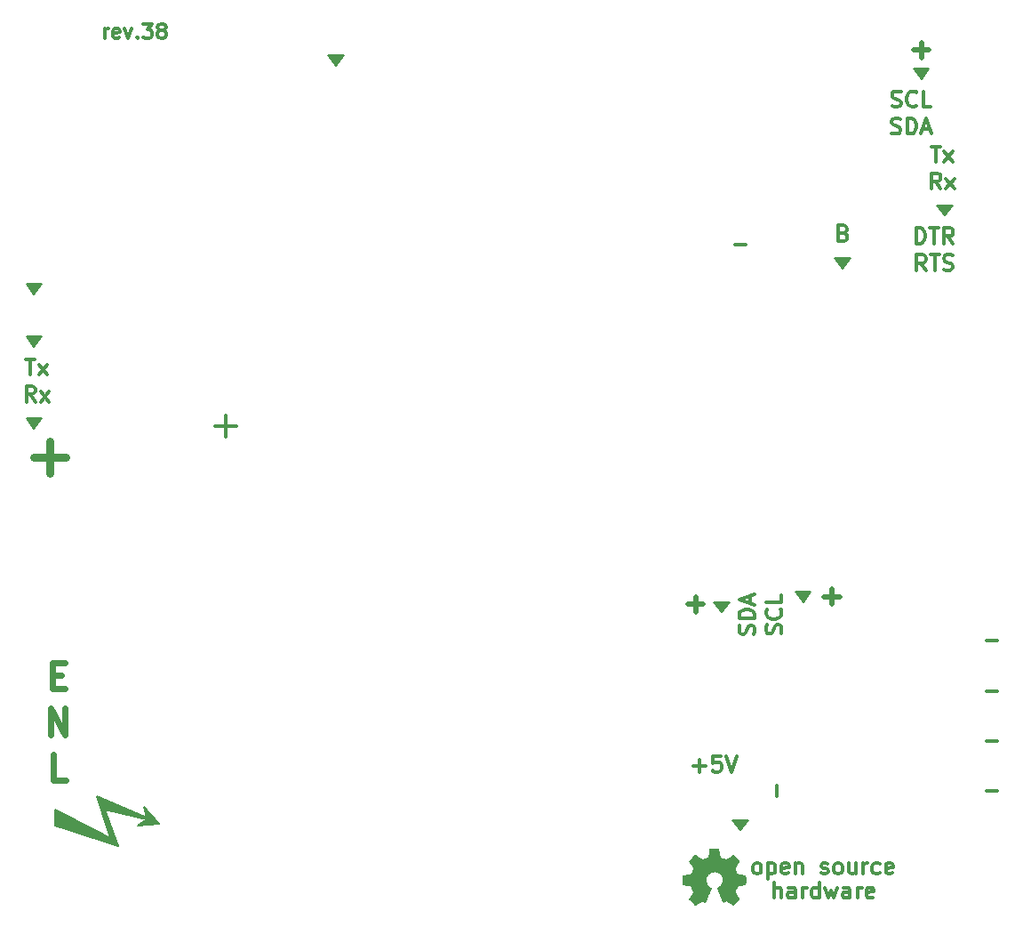
<source format=gto>
G04 #@! TF.GenerationSoftware,KiCad,Pcbnew,5.0.2+dfsg1-1~bpo9+1*
G04 #@! TF.CreationDate,2019-05-11T00:16:23+03:00*
G04 #@! TF.ProjectId,esp32-rfm-gateway,65737033-322d-4726-966d-2d6761746577,rev?*
G04 #@! TF.SameCoordinates,Original*
G04 #@! TF.FileFunction,Legend,Top*
G04 #@! TF.FilePolarity,Positive*
%FSLAX46Y46*%
G04 Gerber Fmt 4.6, Leading zero omitted, Abs format (unit mm)*
G04 Created by KiCad (PCBNEW 5.0.2+dfsg1-1~bpo9+1) date Sb 11 mai 2019 00:16:23 +0300*
%MOMM*%
%LPD*%
G01*
G04 APERTURE LIST*
%ADD10C,0.150000*%
%ADD11C,0.500000*%
%ADD12C,0.300000*%
%ADD13C,0.600000*%
%ADD14C,0.800000*%
%ADD15C,0.010000*%
G04 APERTURE END LIST*
D10*
G36*
X106750000Y-107250000D02*
X108250000Y-107250000D01*
X107500000Y-108250000D01*
X106750000Y-107250000D01*
G37*
X106750000Y-107250000D02*
X108250000Y-107250000D01*
X107500000Y-108250000D01*
X106750000Y-107250000D01*
D11*
X104250000Y-107500000D02*
X105750000Y-107500000D01*
X105000000Y-106750000D02*
X105000000Y-108250000D01*
D12*
X104821428Y-122857142D02*
X105964285Y-122857142D01*
X105392857Y-123428571D02*
X105392857Y-122285714D01*
X107392857Y-121928571D02*
X106678571Y-121928571D01*
X106607142Y-122642857D01*
X106678571Y-122571428D01*
X106821428Y-122500000D01*
X107178571Y-122500000D01*
X107321428Y-122571428D01*
X107392857Y-122642857D01*
X107464285Y-122785714D01*
X107464285Y-123142857D01*
X107392857Y-123285714D01*
X107321428Y-123357142D01*
X107178571Y-123428571D01*
X106821428Y-123428571D01*
X106678571Y-123357142D01*
X106607142Y-123285714D01*
X107892857Y-121928571D02*
X108392857Y-123428571D01*
X108892857Y-121928571D01*
D10*
G36*
X108500000Y-128000000D02*
X110000000Y-128000000D01*
X109250000Y-129000000D01*
X108500000Y-128000000D01*
G37*
X108500000Y-128000000D02*
X110000000Y-128000000D01*
X109250000Y-129000000D01*
X108500000Y-128000000D01*
D11*
X117250000Y-106750000D02*
X118750000Y-106750000D01*
X118000000Y-106000000D02*
X118000000Y-107500000D01*
D12*
X110582142Y-110321428D02*
X110653571Y-110107142D01*
X110653571Y-109750000D01*
X110582142Y-109607142D01*
X110510714Y-109535714D01*
X110367857Y-109464285D01*
X110225000Y-109464285D01*
X110082142Y-109535714D01*
X110010714Y-109607142D01*
X109939285Y-109750000D01*
X109867857Y-110035714D01*
X109796428Y-110178571D01*
X109725000Y-110250000D01*
X109582142Y-110321428D01*
X109439285Y-110321428D01*
X109296428Y-110250000D01*
X109225000Y-110178571D01*
X109153571Y-110035714D01*
X109153571Y-109678571D01*
X109225000Y-109464285D01*
X110653571Y-108821428D02*
X109153571Y-108821428D01*
X109153571Y-108464285D01*
X109225000Y-108250000D01*
X109367857Y-108107142D01*
X109510714Y-108035714D01*
X109796428Y-107964285D01*
X110010714Y-107964285D01*
X110296428Y-108035714D01*
X110439285Y-108107142D01*
X110582142Y-108250000D01*
X110653571Y-108464285D01*
X110653571Y-108821428D01*
X110225000Y-107392857D02*
X110225000Y-106678571D01*
X110653571Y-107535714D02*
X109153571Y-107035714D01*
X110653571Y-106535714D01*
X113132142Y-110285714D02*
X113203571Y-110071428D01*
X113203571Y-109714285D01*
X113132142Y-109571428D01*
X113060714Y-109500000D01*
X112917857Y-109428571D01*
X112775000Y-109428571D01*
X112632142Y-109500000D01*
X112560714Y-109571428D01*
X112489285Y-109714285D01*
X112417857Y-110000000D01*
X112346428Y-110142857D01*
X112275000Y-110214285D01*
X112132142Y-110285714D01*
X111989285Y-110285714D01*
X111846428Y-110214285D01*
X111775000Y-110142857D01*
X111703571Y-110000000D01*
X111703571Y-109642857D01*
X111775000Y-109428571D01*
X113060714Y-107928571D02*
X113132142Y-108000000D01*
X113203571Y-108214285D01*
X113203571Y-108357142D01*
X113132142Y-108571428D01*
X112989285Y-108714285D01*
X112846428Y-108785714D01*
X112560714Y-108857142D01*
X112346428Y-108857142D01*
X112060714Y-108785714D01*
X111917857Y-108714285D01*
X111775000Y-108571428D01*
X111703571Y-108357142D01*
X111703571Y-108214285D01*
X111775000Y-108000000D01*
X111846428Y-107928571D01*
X113203571Y-106571428D02*
X113203571Y-107285714D01*
X111703571Y-107285714D01*
D10*
G36*
X114500000Y-106250000D02*
X116000000Y-106250000D01*
X115250000Y-107250000D01*
X114500000Y-106250000D01*
G37*
X114500000Y-106250000D02*
X116000000Y-106250000D01*
X115250000Y-107250000D01*
X114500000Y-106250000D01*
D11*
X126500000Y-54000000D02*
X126500000Y-55500000D01*
X125750000Y-54750000D02*
X127250000Y-54750000D01*
D12*
X126035714Y-73153571D02*
X126035714Y-71653571D01*
X126392857Y-71653571D01*
X126607142Y-71725000D01*
X126750000Y-71867857D01*
X126821428Y-72010714D01*
X126892857Y-72296428D01*
X126892857Y-72510714D01*
X126821428Y-72796428D01*
X126750000Y-72939285D01*
X126607142Y-73082142D01*
X126392857Y-73153571D01*
X126035714Y-73153571D01*
X127321428Y-71653571D02*
X128178571Y-71653571D01*
X127750000Y-73153571D02*
X127750000Y-71653571D01*
X129535714Y-73153571D02*
X129035714Y-72439285D01*
X128678571Y-73153571D02*
X128678571Y-71653571D01*
X129250000Y-71653571D01*
X129392857Y-71725000D01*
X129464285Y-71796428D01*
X129535714Y-71939285D01*
X129535714Y-72153571D01*
X129464285Y-72296428D01*
X129392857Y-72367857D01*
X129250000Y-72439285D01*
X128678571Y-72439285D01*
X126928571Y-75703571D02*
X126428571Y-74989285D01*
X126071428Y-75703571D02*
X126071428Y-74203571D01*
X126642857Y-74203571D01*
X126785714Y-74275000D01*
X126857142Y-74346428D01*
X126928571Y-74489285D01*
X126928571Y-74703571D01*
X126857142Y-74846428D01*
X126785714Y-74917857D01*
X126642857Y-74989285D01*
X126071428Y-74989285D01*
X127357142Y-74203571D02*
X128214285Y-74203571D01*
X127785714Y-75703571D02*
X127785714Y-74203571D01*
X128642857Y-75632142D02*
X128857142Y-75703571D01*
X129214285Y-75703571D01*
X129357142Y-75632142D01*
X129428571Y-75560714D01*
X129500000Y-75417857D01*
X129500000Y-75275000D01*
X129428571Y-75132142D01*
X129357142Y-75060714D01*
X129214285Y-74989285D01*
X128928571Y-74917857D01*
X128785714Y-74846428D01*
X128714285Y-74775000D01*
X128642857Y-74632142D01*
X128642857Y-74489285D01*
X128714285Y-74346428D01*
X128785714Y-74275000D01*
X128928571Y-74203571D01*
X129285714Y-74203571D01*
X129500000Y-74275000D01*
X127464285Y-63903571D02*
X128321428Y-63903571D01*
X127892857Y-65403571D02*
X127892857Y-63903571D01*
X128678571Y-65403571D02*
X129464285Y-64403571D01*
X128678571Y-64403571D02*
X129464285Y-65403571D01*
X128357142Y-67953571D02*
X127857142Y-67239285D01*
X127500000Y-67953571D02*
X127500000Y-66453571D01*
X128071428Y-66453571D01*
X128214285Y-66525000D01*
X128285714Y-66596428D01*
X128357142Y-66739285D01*
X128357142Y-66953571D01*
X128285714Y-67096428D01*
X128214285Y-67167857D01*
X128071428Y-67239285D01*
X127500000Y-67239285D01*
X128857142Y-67953571D02*
X129642857Y-66953571D01*
X128857142Y-66953571D02*
X129642857Y-67953571D01*
X123714285Y-60082142D02*
X123928571Y-60153571D01*
X124285714Y-60153571D01*
X124428571Y-60082142D01*
X124500000Y-60010714D01*
X124571428Y-59867857D01*
X124571428Y-59725000D01*
X124500000Y-59582142D01*
X124428571Y-59510714D01*
X124285714Y-59439285D01*
X124000000Y-59367857D01*
X123857142Y-59296428D01*
X123785714Y-59225000D01*
X123714285Y-59082142D01*
X123714285Y-58939285D01*
X123785714Y-58796428D01*
X123857142Y-58725000D01*
X124000000Y-58653571D01*
X124357142Y-58653571D01*
X124571428Y-58725000D01*
X126071428Y-60010714D02*
X126000000Y-60082142D01*
X125785714Y-60153571D01*
X125642857Y-60153571D01*
X125428571Y-60082142D01*
X125285714Y-59939285D01*
X125214285Y-59796428D01*
X125142857Y-59510714D01*
X125142857Y-59296428D01*
X125214285Y-59010714D01*
X125285714Y-58867857D01*
X125428571Y-58725000D01*
X125642857Y-58653571D01*
X125785714Y-58653571D01*
X126000000Y-58725000D01*
X126071428Y-58796428D01*
X127428571Y-60153571D02*
X126714285Y-60153571D01*
X126714285Y-58653571D01*
X123678571Y-62632142D02*
X123892857Y-62703571D01*
X124250000Y-62703571D01*
X124392857Y-62632142D01*
X124464285Y-62560714D01*
X124535714Y-62417857D01*
X124535714Y-62275000D01*
X124464285Y-62132142D01*
X124392857Y-62060714D01*
X124250000Y-61989285D01*
X123964285Y-61917857D01*
X123821428Y-61846428D01*
X123750000Y-61775000D01*
X123678571Y-61632142D01*
X123678571Y-61489285D01*
X123750000Y-61346428D01*
X123821428Y-61275000D01*
X123964285Y-61203571D01*
X124321428Y-61203571D01*
X124535714Y-61275000D01*
X125178571Y-62703571D02*
X125178571Y-61203571D01*
X125535714Y-61203571D01*
X125750000Y-61275000D01*
X125892857Y-61417857D01*
X125964285Y-61560714D01*
X126035714Y-61846428D01*
X126035714Y-62060714D01*
X125964285Y-62346428D01*
X125892857Y-62489285D01*
X125750000Y-62632142D01*
X125535714Y-62703571D01*
X125178571Y-62703571D01*
X126607142Y-62275000D02*
X127321428Y-62275000D01*
X126464285Y-62703571D02*
X126964285Y-61203571D01*
X127464285Y-62703571D01*
D10*
G36*
X128000000Y-69500000D02*
X129500000Y-69500000D01*
X128750000Y-70500000D01*
X128000000Y-69500000D01*
G37*
X128000000Y-69500000D02*
X129500000Y-69500000D01*
X128750000Y-70500000D01*
X128000000Y-69500000D01*
G36*
X125750000Y-56500000D02*
X127250000Y-56500000D01*
X126500000Y-57500000D01*
X125750000Y-56500000D01*
G37*
X125750000Y-56500000D02*
X127250000Y-56500000D01*
X126500000Y-57500000D01*
X125750000Y-56500000D01*
D12*
X41214285Y-84153571D02*
X42071428Y-84153571D01*
X41642857Y-85653571D02*
X41642857Y-84153571D01*
X42428571Y-85653571D02*
X43214285Y-84653571D01*
X42428571Y-84653571D02*
X43214285Y-85653571D01*
X42107142Y-88203571D02*
X41607142Y-87489285D01*
X41250000Y-88203571D02*
X41250000Y-86703571D01*
X41821428Y-86703571D01*
X41964285Y-86775000D01*
X42035714Y-86846428D01*
X42107142Y-86989285D01*
X42107142Y-87203571D01*
X42035714Y-87346428D01*
X41964285Y-87417857D01*
X41821428Y-87489285D01*
X41250000Y-87489285D01*
X42607142Y-88203571D02*
X43392857Y-87203571D01*
X42607142Y-87203571D02*
X43392857Y-88203571D01*
D10*
G36*
X41250000Y-89750000D02*
X42750000Y-89750000D01*
X42000000Y-90750000D01*
X41250000Y-89750000D01*
G37*
X41250000Y-89750000D02*
X42750000Y-89750000D01*
X42000000Y-90750000D01*
X41250000Y-89750000D01*
G36*
X41250000Y-82000000D02*
X42750000Y-82000000D01*
X42000000Y-83000000D01*
X41250000Y-82000000D01*
G37*
X41250000Y-82000000D02*
X42750000Y-82000000D01*
X42000000Y-83000000D01*
X41250000Y-82000000D01*
G36*
X41250000Y-77000000D02*
X42750000Y-77000000D01*
X42000000Y-78000000D01*
X41250000Y-77000000D01*
G37*
X41250000Y-77000000D02*
X42750000Y-77000000D01*
X42000000Y-78000000D01*
X41250000Y-77000000D01*
G36*
X70000000Y-55250000D02*
X71500000Y-55250000D01*
X70750000Y-56250000D01*
X70000000Y-55250000D01*
G37*
X70000000Y-55250000D02*
X71500000Y-55250000D01*
X70750000Y-56250000D01*
X70000000Y-55250000D01*
G36*
X118250000Y-74500000D02*
X119750000Y-74500000D01*
X119000000Y-75500000D01*
X118250000Y-74500000D01*
G37*
X118250000Y-74500000D02*
X119750000Y-74500000D01*
X119000000Y-75500000D01*
X118250000Y-74500000D01*
D12*
X119107142Y-72142857D02*
X119321428Y-72214285D01*
X119392857Y-72285714D01*
X119464285Y-72428571D01*
X119464285Y-72642857D01*
X119392857Y-72785714D01*
X119321428Y-72857142D01*
X119178571Y-72928571D01*
X118607142Y-72928571D01*
X118607142Y-71428571D01*
X119107142Y-71428571D01*
X119250000Y-71500000D01*
X119321428Y-71571428D01*
X119392857Y-71714285D01*
X119392857Y-71857142D01*
X119321428Y-72000000D01*
X119250000Y-72071428D01*
X119107142Y-72142857D01*
X118607142Y-72142857D01*
X48700000Y-53633333D02*
X48700000Y-52700000D01*
X48700000Y-52966666D02*
X48766666Y-52833333D01*
X48833333Y-52766666D01*
X48966666Y-52700000D01*
X49100000Y-52700000D01*
X50100000Y-53566666D02*
X49966666Y-53633333D01*
X49700000Y-53633333D01*
X49566666Y-53566666D01*
X49500000Y-53433333D01*
X49500000Y-52900000D01*
X49566666Y-52766666D01*
X49700000Y-52700000D01*
X49966666Y-52700000D01*
X50100000Y-52766666D01*
X50166666Y-52900000D01*
X50166666Y-53033333D01*
X49500000Y-53166666D01*
X50633333Y-52700000D02*
X50966666Y-53633333D01*
X51300000Y-52700000D01*
X51833333Y-53500000D02*
X51900000Y-53566666D01*
X51833333Y-53633333D01*
X51766666Y-53566666D01*
X51833333Y-53500000D01*
X51833333Y-53633333D01*
X52366666Y-52233333D02*
X53233333Y-52233333D01*
X52766666Y-52766666D01*
X52966666Y-52766666D01*
X53100000Y-52833333D01*
X53166666Y-52900000D01*
X53233333Y-53033333D01*
X53233333Y-53366666D01*
X53166666Y-53500000D01*
X53100000Y-53566666D01*
X52966666Y-53633333D01*
X52566666Y-53633333D01*
X52433333Y-53566666D01*
X52366666Y-53500000D01*
X54033333Y-52833333D02*
X53900000Y-52766666D01*
X53833333Y-52700000D01*
X53766666Y-52566666D01*
X53766666Y-52500000D01*
X53833333Y-52366666D01*
X53900000Y-52300000D01*
X54033333Y-52233333D01*
X54300000Y-52233333D01*
X54433333Y-52300000D01*
X54500000Y-52366666D01*
X54566666Y-52500000D01*
X54566666Y-52566666D01*
X54500000Y-52700000D01*
X54433333Y-52766666D01*
X54300000Y-52833333D01*
X54033333Y-52833333D01*
X53900000Y-52900000D01*
X53833333Y-52966666D01*
X53766666Y-53100000D01*
X53766666Y-53366666D01*
X53833333Y-53500000D01*
X53900000Y-53566666D01*
X54033333Y-53633333D01*
X54300000Y-53633333D01*
X54433333Y-53566666D01*
X54500000Y-53500000D01*
X54566666Y-53366666D01*
X54566666Y-53100000D01*
X54500000Y-52966666D01*
X54433333Y-52900000D01*
X54300000Y-52833333D01*
D13*
X43714285Y-114221428D02*
X44547619Y-114221428D01*
X44904761Y-115530952D02*
X43714285Y-115530952D01*
X43714285Y-113030952D01*
X44904761Y-113030952D01*
X43535714Y-119880952D02*
X43535714Y-117380952D01*
X44964285Y-119880952D01*
X44964285Y-117380952D01*
X45023809Y-124230952D02*
X43833333Y-124230952D01*
X43833333Y-121730952D01*
D14*
X43500000Y-92000000D02*
X43500000Y-95000000D01*
X45000000Y-93500000D02*
X42000000Y-93500000D01*
D12*
G04 #@! TO.C,D1*
X109750000Y-73280000D02*
X108750000Y-73280000D01*
G04 #@! TO.C,J22*
X59250000Y-90500000D02*
X61250000Y-90500000D01*
X60250000Y-89500000D02*
X60250000Y-91500000D01*
D10*
G04 #@! TO.C,SYM3*
G36*
X44000000Y-128500000D02*
X50000000Y-130500000D01*
X48750000Y-127000000D01*
X52710000Y-127990000D01*
X51830000Y-128570000D01*
X53910000Y-128370000D01*
X52500000Y-126750000D01*
X52750000Y-127780000D01*
X48000000Y-125750000D01*
X49250000Y-129750000D01*
X44000000Y-127000000D01*
X44000000Y-128500000D01*
G37*
X44000000Y-128500000D02*
X50000000Y-130500000D01*
X48750000Y-127000000D01*
X52710000Y-127990000D01*
X51830000Y-128570000D01*
X53910000Y-128370000D01*
X52500000Y-126750000D01*
X52750000Y-127780000D01*
X48000000Y-125750000D01*
X49250000Y-129750000D01*
X44000000Y-127000000D01*
X44000000Y-128500000D01*
D15*
G04 #@! TO.C,SYM2*
G36*
X107250964Y-131148576D02*
X107326513Y-131549322D01*
X107884041Y-131779154D01*
X108218465Y-131551748D01*
X108312122Y-131488431D01*
X108396782Y-131431896D01*
X108468495Y-131384727D01*
X108523311Y-131349502D01*
X108557280Y-131328805D01*
X108566530Y-131324342D01*
X108583195Y-131335820D01*
X108618806Y-131367551D01*
X108669371Y-131415483D01*
X108730900Y-131475562D01*
X108799399Y-131543733D01*
X108870879Y-131615945D01*
X108941347Y-131688142D01*
X109006811Y-131756273D01*
X109063280Y-131816283D01*
X109106763Y-131864119D01*
X109133268Y-131895727D01*
X109139605Y-131906305D01*
X109130486Y-131925806D01*
X109104920Y-131968531D01*
X109065597Y-132030298D01*
X109015203Y-132106931D01*
X108956427Y-132194248D01*
X108922368Y-132244052D01*
X108860289Y-132334993D01*
X108805126Y-132417059D01*
X108759554Y-132486163D01*
X108726250Y-132538222D01*
X108707890Y-132569150D01*
X108705131Y-132575650D01*
X108711385Y-132594121D01*
X108728434Y-132637172D01*
X108753703Y-132698749D01*
X108784622Y-132772799D01*
X108818618Y-132853270D01*
X108853118Y-132934107D01*
X108885551Y-133009258D01*
X108913343Y-133072671D01*
X108933923Y-133118293D01*
X108944719Y-133140069D01*
X108945356Y-133140926D01*
X108962307Y-133145084D01*
X109007451Y-133154361D01*
X109076110Y-133167844D01*
X109163602Y-133184621D01*
X109265250Y-133203781D01*
X109324556Y-133214830D01*
X109433172Y-133235510D01*
X109531277Y-133255189D01*
X109613909Y-133272789D01*
X109676104Y-133287233D01*
X109712899Y-133297446D01*
X109720296Y-133300686D01*
X109727540Y-133322617D01*
X109733385Y-133372147D01*
X109737835Y-133443485D01*
X109740893Y-133530839D01*
X109742565Y-133628417D01*
X109742853Y-133730426D01*
X109741761Y-133831075D01*
X109739294Y-133924572D01*
X109735456Y-134005125D01*
X109730250Y-134066942D01*
X109723681Y-134104230D01*
X109719741Y-134111993D01*
X109696188Y-134121298D01*
X109646282Y-134134600D01*
X109576623Y-134150337D01*
X109493813Y-134166946D01*
X109464905Y-134172319D01*
X109325531Y-134197848D01*
X109215436Y-134218408D01*
X109130982Y-134234815D01*
X109068530Y-134247887D01*
X109024444Y-134258441D01*
X108995085Y-134267294D01*
X108976815Y-134275263D01*
X108965998Y-134283165D01*
X108964485Y-134284727D01*
X108949377Y-134309886D01*
X108926329Y-134358850D01*
X108897644Y-134425621D01*
X108865622Y-134504205D01*
X108832565Y-134588607D01*
X108800773Y-134672830D01*
X108772549Y-134750879D01*
X108750193Y-134816759D01*
X108736007Y-134864473D01*
X108732293Y-134888027D01*
X108732602Y-134888852D01*
X108745189Y-134908104D01*
X108773744Y-134950463D01*
X108815267Y-135011521D01*
X108866756Y-135086868D01*
X108925211Y-135172096D01*
X108941858Y-135196315D01*
X109001215Y-135284123D01*
X109053447Y-135364238D01*
X109095708Y-135432062D01*
X109125153Y-135482993D01*
X109138937Y-135512431D01*
X109139605Y-135516048D01*
X109128024Y-135535057D01*
X109096024Y-135572714D01*
X109047718Y-135624973D01*
X108987220Y-135687786D01*
X108918644Y-135757106D01*
X108846104Y-135828885D01*
X108773712Y-135899077D01*
X108705584Y-135963635D01*
X108645832Y-136018510D01*
X108598571Y-136059656D01*
X108567913Y-136083026D01*
X108559432Y-136086842D01*
X108539691Y-136077855D01*
X108499274Y-136053616D01*
X108444763Y-136018209D01*
X108402823Y-135989711D01*
X108326829Y-135937418D01*
X108236834Y-135875845D01*
X108146564Y-135814370D01*
X108098032Y-135781469D01*
X107933762Y-135670359D01*
X107795869Y-135744916D01*
X107733049Y-135777578D01*
X107679629Y-135802966D01*
X107643484Y-135817446D01*
X107634284Y-135819460D01*
X107623221Y-135804584D01*
X107601394Y-135762547D01*
X107570434Y-135697227D01*
X107531970Y-135612500D01*
X107487632Y-135512245D01*
X107439047Y-135400339D01*
X107387846Y-135280659D01*
X107335659Y-135157084D01*
X107284113Y-135033491D01*
X107234840Y-134913757D01*
X107189467Y-134801759D01*
X107149625Y-134701377D01*
X107116942Y-134616486D01*
X107093049Y-134550965D01*
X107079574Y-134508690D01*
X107077406Y-134494172D01*
X107094583Y-134475653D01*
X107132190Y-134445590D01*
X107182366Y-134410232D01*
X107186578Y-134407434D01*
X107316264Y-134303625D01*
X107420834Y-134182515D01*
X107499381Y-134047976D01*
X107550999Y-133903882D01*
X107574782Y-133754105D01*
X107569823Y-133602517D01*
X107535217Y-133452992D01*
X107470057Y-133309400D01*
X107450886Y-133277984D01*
X107351174Y-133151125D01*
X107233377Y-133049255D01*
X107101571Y-132972904D01*
X106959833Y-132922602D01*
X106812242Y-132898879D01*
X106662873Y-132902265D01*
X106515803Y-132933288D01*
X106375111Y-132992480D01*
X106244873Y-133080369D01*
X106204586Y-133116042D01*
X106102055Y-133227706D01*
X106027341Y-133345257D01*
X105976090Y-133477020D01*
X105947546Y-133607507D01*
X105940500Y-133754216D01*
X105963996Y-133901653D01*
X106015649Y-134044834D01*
X106093071Y-134178777D01*
X106193875Y-134298498D01*
X106315676Y-134399014D01*
X106331684Y-134409609D01*
X106382398Y-134444306D01*
X106420950Y-134474370D01*
X106439381Y-134493565D01*
X106439649Y-134494172D01*
X106435692Y-134514936D01*
X106420007Y-134562062D01*
X106394222Y-134631673D01*
X106359969Y-134719893D01*
X106318877Y-134822844D01*
X106272576Y-134936650D01*
X106222696Y-135057435D01*
X106170867Y-135181321D01*
X106118719Y-135304432D01*
X106067882Y-135422891D01*
X106019987Y-135532823D01*
X105976662Y-135630349D01*
X105939538Y-135711593D01*
X105910244Y-135772679D01*
X105890412Y-135809730D01*
X105882426Y-135819460D01*
X105858021Y-135811883D01*
X105812358Y-135791560D01*
X105753310Y-135762125D01*
X105720840Y-135744916D01*
X105582947Y-135670359D01*
X105418677Y-135781469D01*
X105334821Y-135838390D01*
X105243013Y-135901030D01*
X105156980Y-135960011D01*
X105113887Y-135989711D01*
X105053277Y-136030410D01*
X105001955Y-136062663D01*
X104966615Y-136082384D01*
X104955137Y-136086554D01*
X104938430Y-136075307D01*
X104901454Y-136043911D01*
X104847795Y-135995624D01*
X104781038Y-135933708D01*
X104704766Y-135861421D01*
X104656527Y-135815008D01*
X104572133Y-135732087D01*
X104499197Y-135657920D01*
X104440669Y-135595680D01*
X104399497Y-135548541D01*
X104378628Y-135519673D01*
X104376626Y-135513815D01*
X104385917Y-135491532D01*
X104411591Y-135446477D01*
X104450800Y-135383211D01*
X104500697Y-135306295D01*
X104558433Y-135220292D01*
X104574851Y-135196315D01*
X104634677Y-135109170D01*
X104688350Y-135030710D01*
X104732870Y-134965345D01*
X104765235Y-134917484D01*
X104782445Y-134891535D01*
X104784107Y-134888852D01*
X104781621Y-134868172D01*
X104768423Y-134822704D01*
X104746814Y-134758444D01*
X104719096Y-134681387D01*
X104687570Y-134597529D01*
X104654537Y-134512866D01*
X104622299Y-134433392D01*
X104593157Y-134365104D01*
X104569412Y-134313997D01*
X104553365Y-134286067D01*
X104552225Y-134284727D01*
X104542412Y-134276745D01*
X104525839Y-134268851D01*
X104498868Y-134260229D01*
X104457861Y-134250062D01*
X104399180Y-134237531D01*
X104319187Y-134221821D01*
X104214245Y-134202113D01*
X104080715Y-134177592D01*
X104051804Y-134172319D01*
X103966118Y-134155764D01*
X103891418Y-134139569D01*
X103834306Y-134125296D01*
X103801383Y-134114508D01*
X103796969Y-134111993D01*
X103789694Y-134089696D01*
X103783781Y-134039869D01*
X103779234Y-133968304D01*
X103776055Y-133880793D01*
X103774251Y-133783128D01*
X103773823Y-133681101D01*
X103774777Y-133580503D01*
X103777116Y-133487127D01*
X103780844Y-133406765D01*
X103785966Y-133345209D01*
X103792484Y-133308250D01*
X103796414Y-133300686D01*
X103818292Y-133293056D01*
X103868109Y-133280642D01*
X103940903Y-133264522D01*
X104031711Y-133245773D01*
X104135569Y-133225471D01*
X104192154Y-133214830D01*
X104299514Y-133194760D01*
X104395254Y-133176580D01*
X104474694Y-133161199D01*
X104533154Y-133149531D01*
X104565955Y-133142488D01*
X104571354Y-133140926D01*
X104580478Y-133123322D01*
X104599765Y-133080918D01*
X104626645Y-133019772D01*
X104658546Y-132945943D01*
X104692898Y-132865489D01*
X104727129Y-132784468D01*
X104758669Y-132708937D01*
X104784946Y-132644955D01*
X104803389Y-132598580D01*
X104811429Y-132575869D01*
X104811578Y-132574876D01*
X104802465Y-132556961D01*
X104776914Y-132515733D01*
X104737612Y-132455291D01*
X104687243Y-132379731D01*
X104628494Y-132293152D01*
X104594342Y-132243421D01*
X104532110Y-132152236D01*
X104476836Y-132069449D01*
X104431218Y-131999249D01*
X104397952Y-131945824D01*
X104379736Y-131913361D01*
X104377105Y-131906083D01*
X104388414Y-131889145D01*
X104419681Y-131852978D01*
X104466910Y-131801635D01*
X104526108Y-131739167D01*
X104593281Y-131669626D01*
X104664434Y-131597065D01*
X104735574Y-131525535D01*
X104802707Y-131459087D01*
X104861839Y-131401774D01*
X104908975Y-131357647D01*
X104940123Y-131330759D01*
X104950543Y-131324342D01*
X104967509Y-131333365D01*
X105008089Y-131358715D01*
X105068337Y-131397810D01*
X105144307Y-131448071D01*
X105232054Y-131506917D01*
X105298244Y-131551748D01*
X105632668Y-131779154D01*
X105911433Y-131664238D01*
X106190197Y-131549322D01*
X106265746Y-131148576D01*
X106341294Y-130747829D01*
X107175415Y-130747829D01*
X107250964Y-131148576D01*
X107250964Y-131148576D01*
G37*
X107250964Y-131148576D02*
X107326513Y-131549322D01*
X107884041Y-131779154D01*
X108218465Y-131551748D01*
X108312122Y-131488431D01*
X108396782Y-131431896D01*
X108468495Y-131384727D01*
X108523311Y-131349502D01*
X108557280Y-131328805D01*
X108566530Y-131324342D01*
X108583195Y-131335820D01*
X108618806Y-131367551D01*
X108669371Y-131415483D01*
X108730900Y-131475562D01*
X108799399Y-131543733D01*
X108870879Y-131615945D01*
X108941347Y-131688142D01*
X109006811Y-131756273D01*
X109063280Y-131816283D01*
X109106763Y-131864119D01*
X109133268Y-131895727D01*
X109139605Y-131906305D01*
X109130486Y-131925806D01*
X109104920Y-131968531D01*
X109065597Y-132030298D01*
X109015203Y-132106931D01*
X108956427Y-132194248D01*
X108922368Y-132244052D01*
X108860289Y-132334993D01*
X108805126Y-132417059D01*
X108759554Y-132486163D01*
X108726250Y-132538222D01*
X108707890Y-132569150D01*
X108705131Y-132575650D01*
X108711385Y-132594121D01*
X108728434Y-132637172D01*
X108753703Y-132698749D01*
X108784622Y-132772799D01*
X108818618Y-132853270D01*
X108853118Y-132934107D01*
X108885551Y-133009258D01*
X108913343Y-133072671D01*
X108933923Y-133118293D01*
X108944719Y-133140069D01*
X108945356Y-133140926D01*
X108962307Y-133145084D01*
X109007451Y-133154361D01*
X109076110Y-133167844D01*
X109163602Y-133184621D01*
X109265250Y-133203781D01*
X109324556Y-133214830D01*
X109433172Y-133235510D01*
X109531277Y-133255189D01*
X109613909Y-133272789D01*
X109676104Y-133287233D01*
X109712899Y-133297446D01*
X109720296Y-133300686D01*
X109727540Y-133322617D01*
X109733385Y-133372147D01*
X109737835Y-133443485D01*
X109740893Y-133530839D01*
X109742565Y-133628417D01*
X109742853Y-133730426D01*
X109741761Y-133831075D01*
X109739294Y-133924572D01*
X109735456Y-134005125D01*
X109730250Y-134066942D01*
X109723681Y-134104230D01*
X109719741Y-134111993D01*
X109696188Y-134121298D01*
X109646282Y-134134600D01*
X109576623Y-134150337D01*
X109493813Y-134166946D01*
X109464905Y-134172319D01*
X109325531Y-134197848D01*
X109215436Y-134218408D01*
X109130982Y-134234815D01*
X109068530Y-134247887D01*
X109024444Y-134258441D01*
X108995085Y-134267294D01*
X108976815Y-134275263D01*
X108965998Y-134283165D01*
X108964485Y-134284727D01*
X108949377Y-134309886D01*
X108926329Y-134358850D01*
X108897644Y-134425621D01*
X108865622Y-134504205D01*
X108832565Y-134588607D01*
X108800773Y-134672830D01*
X108772549Y-134750879D01*
X108750193Y-134816759D01*
X108736007Y-134864473D01*
X108732293Y-134888027D01*
X108732602Y-134888852D01*
X108745189Y-134908104D01*
X108773744Y-134950463D01*
X108815267Y-135011521D01*
X108866756Y-135086868D01*
X108925211Y-135172096D01*
X108941858Y-135196315D01*
X109001215Y-135284123D01*
X109053447Y-135364238D01*
X109095708Y-135432062D01*
X109125153Y-135482993D01*
X109138937Y-135512431D01*
X109139605Y-135516048D01*
X109128024Y-135535057D01*
X109096024Y-135572714D01*
X109047718Y-135624973D01*
X108987220Y-135687786D01*
X108918644Y-135757106D01*
X108846104Y-135828885D01*
X108773712Y-135899077D01*
X108705584Y-135963635D01*
X108645832Y-136018510D01*
X108598571Y-136059656D01*
X108567913Y-136083026D01*
X108559432Y-136086842D01*
X108539691Y-136077855D01*
X108499274Y-136053616D01*
X108444763Y-136018209D01*
X108402823Y-135989711D01*
X108326829Y-135937418D01*
X108236834Y-135875845D01*
X108146564Y-135814370D01*
X108098032Y-135781469D01*
X107933762Y-135670359D01*
X107795869Y-135744916D01*
X107733049Y-135777578D01*
X107679629Y-135802966D01*
X107643484Y-135817446D01*
X107634284Y-135819460D01*
X107623221Y-135804584D01*
X107601394Y-135762547D01*
X107570434Y-135697227D01*
X107531970Y-135612500D01*
X107487632Y-135512245D01*
X107439047Y-135400339D01*
X107387846Y-135280659D01*
X107335659Y-135157084D01*
X107284113Y-135033491D01*
X107234840Y-134913757D01*
X107189467Y-134801759D01*
X107149625Y-134701377D01*
X107116942Y-134616486D01*
X107093049Y-134550965D01*
X107079574Y-134508690D01*
X107077406Y-134494172D01*
X107094583Y-134475653D01*
X107132190Y-134445590D01*
X107182366Y-134410232D01*
X107186578Y-134407434D01*
X107316264Y-134303625D01*
X107420834Y-134182515D01*
X107499381Y-134047976D01*
X107550999Y-133903882D01*
X107574782Y-133754105D01*
X107569823Y-133602517D01*
X107535217Y-133452992D01*
X107470057Y-133309400D01*
X107450886Y-133277984D01*
X107351174Y-133151125D01*
X107233377Y-133049255D01*
X107101571Y-132972904D01*
X106959833Y-132922602D01*
X106812242Y-132898879D01*
X106662873Y-132902265D01*
X106515803Y-132933288D01*
X106375111Y-132992480D01*
X106244873Y-133080369D01*
X106204586Y-133116042D01*
X106102055Y-133227706D01*
X106027341Y-133345257D01*
X105976090Y-133477020D01*
X105947546Y-133607507D01*
X105940500Y-133754216D01*
X105963996Y-133901653D01*
X106015649Y-134044834D01*
X106093071Y-134178777D01*
X106193875Y-134298498D01*
X106315676Y-134399014D01*
X106331684Y-134409609D01*
X106382398Y-134444306D01*
X106420950Y-134474370D01*
X106439381Y-134493565D01*
X106439649Y-134494172D01*
X106435692Y-134514936D01*
X106420007Y-134562062D01*
X106394222Y-134631673D01*
X106359969Y-134719893D01*
X106318877Y-134822844D01*
X106272576Y-134936650D01*
X106222696Y-135057435D01*
X106170867Y-135181321D01*
X106118719Y-135304432D01*
X106067882Y-135422891D01*
X106019987Y-135532823D01*
X105976662Y-135630349D01*
X105939538Y-135711593D01*
X105910244Y-135772679D01*
X105890412Y-135809730D01*
X105882426Y-135819460D01*
X105858021Y-135811883D01*
X105812358Y-135791560D01*
X105753310Y-135762125D01*
X105720840Y-135744916D01*
X105582947Y-135670359D01*
X105418677Y-135781469D01*
X105334821Y-135838390D01*
X105243013Y-135901030D01*
X105156980Y-135960011D01*
X105113887Y-135989711D01*
X105053277Y-136030410D01*
X105001955Y-136062663D01*
X104966615Y-136082384D01*
X104955137Y-136086554D01*
X104938430Y-136075307D01*
X104901454Y-136043911D01*
X104847795Y-135995624D01*
X104781038Y-135933708D01*
X104704766Y-135861421D01*
X104656527Y-135815008D01*
X104572133Y-135732087D01*
X104499197Y-135657920D01*
X104440669Y-135595680D01*
X104399497Y-135548541D01*
X104378628Y-135519673D01*
X104376626Y-135513815D01*
X104385917Y-135491532D01*
X104411591Y-135446477D01*
X104450800Y-135383211D01*
X104500697Y-135306295D01*
X104558433Y-135220292D01*
X104574851Y-135196315D01*
X104634677Y-135109170D01*
X104688350Y-135030710D01*
X104732870Y-134965345D01*
X104765235Y-134917484D01*
X104782445Y-134891535D01*
X104784107Y-134888852D01*
X104781621Y-134868172D01*
X104768423Y-134822704D01*
X104746814Y-134758444D01*
X104719096Y-134681387D01*
X104687570Y-134597529D01*
X104654537Y-134512866D01*
X104622299Y-134433392D01*
X104593157Y-134365104D01*
X104569412Y-134313997D01*
X104553365Y-134286067D01*
X104552225Y-134284727D01*
X104542412Y-134276745D01*
X104525839Y-134268851D01*
X104498868Y-134260229D01*
X104457861Y-134250062D01*
X104399180Y-134237531D01*
X104319187Y-134221821D01*
X104214245Y-134202113D01*
X104080715Y-134177592D01*
X104051804Y-134172319D01*
X103966118Y-134155764D01*
X103891418Y-134139569D01*
X103834306Y-134125296D01*
X103801383Y-134114508D01*
X103796969Y-134111993D01*
X103789694Y-134089696D01*
X103783781Y-134039869D01*
X103779234Y-133968304D01*
X103776055Y-133880793D01*
X103774251Y-133783128D01*
X103773823Y-133681101D01*
X103774777Y-133580503D01*
X103777116Y-133487127D01*
X103780844Y-133406765D01*
X103785966Y-133345209D01*
X103792484Y-133308250D01*
X103796414Y-133300686D01*
X103818292Y-133293056D01*
X103868109Y-133280642D01*
X103940903Y-133264522D01*
X104031711Y-133245773D01*
X104135569Y-133225471D01*
X104192154Y-133214830D01*
X104299514Y-133194760D01*
X104395254Y-133176580D01*
X104474694Y-133161199D01*
X104533154Y-133149531D01*
X104565955Y-133142488D01*
X104571354Y-133140926D01*
X104580478Y-133123322D01*
X104599765Y-133080918D01*
X104626645Y-133019772D01*
X104658546Y-132945943D01*
X104692898Y-132865489D01*
X104727129Y-132784468D01*
X104758669Y-132708937D01*
X104784946Y-132644955D01*
X104803389Y-132598580D01*
X104811429Y-132575869D01*
X104811578Y-132574876D01*
X104802465Y-132556961D01*
X104776914Y-132515733D01*
X104737612Y-132455291D01*
X104687243Y-132379731D01*
X104628494Y-132293152D01*
X104594342Y-132243421D01*
X104532110Y-132152236D01*
X104476836Y-132069449D01*
X104431218Y-131999249D01*
X104397952Y-131945824D01*
X104379736Y-131913361D01*
X104377105Y-131906083D01*
X104388414Y-131889145D01*
X104419681Y-131852978D01*
X104466910Y-131801635D01*
X104526108Y-131739167D01*
X104593281Y-131669626D01*
X104664434Y-131597065D01*
X104735574Y-131525535D01*
X104802707Y-131459087D01*
X104861839Y-131401774D01*
X104908975Y-131357647D01*
X104940123Y-131330759D01*
X104950543Y-131324342D01*
X104967509Y-131333365D01*
X105008089Y-131358715D01*
X105068337Y-131397810D01*
X105144307Y-131448071D01*
X105232054Y-131506917D01*
X105298244Y-131551748D01*
X105632668Y-131779154D01*
X105911433Y-131664238D01*
X106190197Y-131549322D01*
X106265746Y-131148576D01*
X106341294Y-130747829D01*
X107175415Y-130747829D01*
X107250964Y-131148576D01*
D12*
G04 #@! TO.C,D10*
X132750000Y-125220000D02*
X133750000Y-125220000D01*
G04 #@! TO.C,D11*
X132750000Y-120470000D02*
X133750000Y-120470000D01*
G04 #@! TO.C,D12*
X132750000Y-115720000D02*
X133750000Y-115720000D01*
G04 #@! TO.C,D13*
X132750000Y-110970000D02*
X133750000Y-110970000D01*
G04 #@! TO.C,D29*
X112720000Y-125750000D02*
X112720000Y-124750000D01*
G04 #@! TD*
G04 #@! TO.C,SYM2*
X110757142Y-133128571D02*
X110614285Y-133057142D01*
X110542857Y-132985714D01*
X110471428Y-132842857D01*
X110471428Y-132414285D01*
X110542857Y-132271428D01*
X110614285Y-132200000D01*
X110757142Y-132128571D01*
X110971428Y-132128571D01*
X111114285Y-132200000D01*
X111185714Y-132271428D01*
X111257142Y-132414285D01*
X111257142Y-132842857D01*
X111185714Y-132985714D01*
X111114285Y-133057142D01*
X110971428Y-133128571D01*
X110757142Y-133128571D01*
X111900000Y-132128571D02*
X111900000Y-133628571D01*
X111900000Y-132200000D02*
X112042857Y-132128571D01*
X112328571Y-132128571D01*
X112471428Y-132200000D01*
X112542857Y-132271428D01*
X112614285Y-132414285D01*
X112614285Y-132842857D01*
X112542857Y-132985714D01*
X112471428Y-133057142D01*
X112328571Y-133128571D01*
X112042857Y-133128571D01*
X111900000Y-133057142D01*
X113828571Y-133057142D02*
X113685714Y-133128571D01*
X113400000Y-133128571D01*
X113257142Y-133057142D01*
X113185714Y-132914285D01*
X113185714Y-132342857D01*
X113257142Y-132200000D01*
X113400000Y-132128571D01*
X113685714Y-132128571D01*
X113828571Y-132200000D01*
X113900000Y-132342857D01*
X113900000Y-132485714D01*
X113185714Y-132628571D01*
X114542857Y-132128571D02*
X114542857Y-133128571D01*
X114542857Y-132271428D02*
X114614285Y-132200000D01*
X114757142Y-132128571D01*
X114971428Y-132128571D01*
X115114285Y-132200000D01*
X115185714Y-132342857D01*
X115185714Y-133128571D01*
X116971428Y-133057142D02*
X117114285Y-133128571D01*
X117400000Y-133128571D01*
X117542857Y-133057142D01*
X117614285Y-132914285D01*
X117614285Y-132842857D01*
X117542857Y-132700000D01*
X117400000Y-132628571D01*
X117185714Y-132628571D01*
X117042857Y-132557142D01*
X116971428Y-132414285D01*
X116971428Y-132342857D01*
X117042857Y-132200000D01*
X117185714Y-132128571D01*
X117400000Y-132128571D01*
X117542857Y-132200000D01*
X118471428Y-133128571D02*
X118328571Y-133057142D01*
X118257142Y-132985714D01*
X118185714Y-132842857D01*
X118185714Y-132414285D01*
X118257142Y-132271428D01*
X118328571Y-132200000D01*
X118471428Y-132128571D01*
X118685714Y-132128571D01*
X118828571Y-132200000D01*
X118900000Y-132271428D01*
X118971428Y-132414285D01*
X118971428Y-132842857D01*
X118900000Y-132985714D01*
X118828571Y-133057142D01*
X118685714Y-133128571D01*
X118471428Y-133128571D01*
X120257142Y-132128571D02*
X120257142Y-133128571D01*
X119614285Y-132128571D02*
X119614285Y-132914285D01*
X119685714Y-133057142D01*
X119828571Y-133128571D01*
X120042857Y-133128571D01*
X120185714Y-133057142D01*
X120257142Y-132985714D01*
X120971428Y-133128571D02*
X120971428Y-132128571D01*
X120971428Y-132414285D02*
X121042857Y-132271428D01*
X121114285Y-132200000D01*
X121257142Y-132128571D01*
X121400000Y-132128571D01*
X122542857Y-133057142D02*
X122400000Y-133128571D01*
X122114285Y-133128571D01*
X121971428Y-133057142D01*
X121900000Y-132985714D01*
X121828571Y-132842857D01*
X121828571Y-132414285D01*
X121900000Y-132271428D01*
X121971428Y-132200000D01*
X122114285Y-132128571D01*
X122400000Y-132128571D01*
X122542857Y-132200000D01*
X123757142Y-133057142D02*
X123614285Y-133128571D01*
X123328571Y-133128571D01*
X123185714Y-133057142D01*
X123114285Y-132914285D01*
X123114285Y-132342857D01*
X123185714Y-132200000D01*
X123328571Y-132128571D01*
X123614285Y-132128571D01*
X123757142Y-132200000D01*
X123828571Y-132342857D01*
X123828571Y-132485714D01*
X123114285Y-132628571D01*
X112485714Y-135428571D02*
X112485714Y-133928571D01*
X113128571Y-135428571D02*
X113128571Y-134642857D01*
X113057142Y-134500000D01*
X112914285Y-134428571D01*
X112700000Y-134428571D01*
X112557142Y-134500000D01*
X112485714Y-134571428D01*
X114485714Y-135428571D02*
X114485714Y-134642857D01*
X114414285Y-134500000D01*
X114271428Y-134428571D01*
X113985714Y-134428571D01*
X113842857Y-134500000D01*
X114485714Y-135357142D02*
X114342857Y-135428571D01*
X113985714Y-135428571D01*
X113842857Y-135357142D01*
X113771428Y-135214285D01*
X113771428Y-135071428D01*
X113842857Y-134928571D01*
X113985714Y-134857142D01*
X114342857Y-134857142D01*
X114485714Y-134785714D01*
X115200000Y-135428571D02*
X115200000Y-134428571D01*
X115200000Y-134714285D02*
X115271428Y-134571428D01*
X115342857Y-134500000D01*
X115485714Y-134428571D01*
X115628571Y-134428571D01*
X116771428Y-135428571D02*
X116771428Y-133928571D01*
X116771428Y-135357142D02*
X116628571Y-135428571D01*
X116342857Y-135428571D01*
X116200000Y-135357142D01*
X116128571Y-135285714D01*
X116057142Y-135142857D01*
X116057142Y-134714285D01*
X116128571Y-134571428D01*
X116200000Y-134500000D01*
X116342857Y-134428571D01*
X116628571Y-134428571D01*
X116771428Y-134500000D01*
X117342857Y-134428571D02*
X117628571Y-135428571D01*
X117914285Y-134714285D01*
X118200000Y-135428571D01*
X118485714Y-134428571D01*
X119700000Y-135428571D02*
X119700000Y-134642857D01*
X119628571Y-134500000D01*
X119485714Y-134428571D01*
X119200000Y-134428571D01*
X119057142Y-134500000D01*
X119700000Y-135357142D02*
X119557142Y-135428571D01*
X119200000Y-135428571D01*
X119057142Y-135357142D01*
X118985714Y-135214285D01*
X118985714Y-135071428D01*
X119057142Y-134928571D01*
X119200000Y-134857142D01*
X119557142Y-134857142D01*
X119700000Y-134785714D01*
X120414285Y-135428571D02*
X120414285Y-134428571D01*
X120414285Y-134714285D02*
X120485714Y-134571428D01*
X120557142Y-134500000D01*
X120700000Y-134428571D01*
X120842857Y-134428571D01*
X121914285Y-135357142D02*
X121771428Y-135428571D01*
X121485714Y-135428571D01*
X121342857Y-135357142D01*
X121271428Y-135214285D01*
X121271428Y-134642857D01*
X121342857Y-134500000D01*
X121485714Y-134428571D01*
X121771428Y-134428571D01*
X121914285Y-134500000D01*
X121985714Y-134642857D01*
X121985714Y-134785714D01*
X121271428Y-134928571D01*
G04 #@! TD*
M02*

</source>
